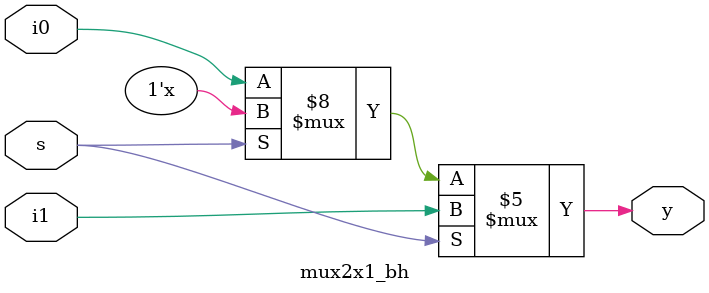
<source format=v>
`timescale 1ns / 1ps
module mux2x1_bh(i0,i1,s,y);
input i0,i1,s;
output reg y;
always @ (i0,i1,s)
begin
if(s==0)
y=i0;
if(s==1)
y=i1;
end

endmodule

</source>
